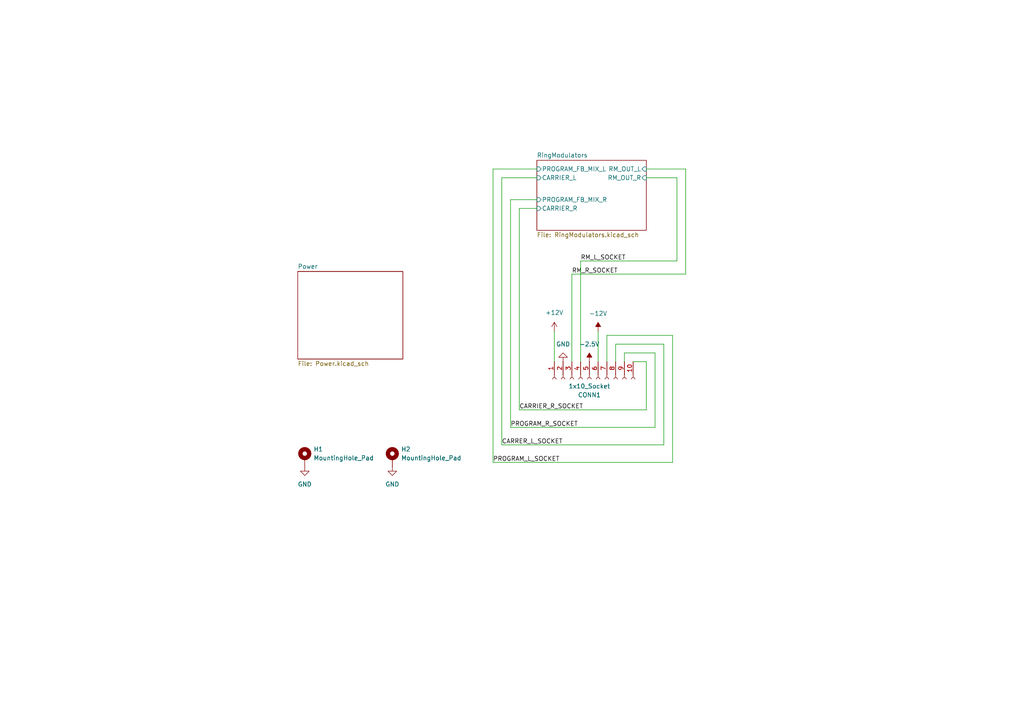
<source format=kicad_sch>
(kicad_sch (version 20250114) (generator "eeschema") (generator_version "9.0")
  (paper "A4")
  (lib_symbols
    (symbol "Connector:Conn_01x10_Socket" (pin_names (offset 1.016) (hide yes))
      (property "Reference" "J" (at 0 12.7 0))
      (property "Value" "Conn_01x10_Socket" (at 0 -15.24 0))
      (symbol "Conn_01x10_Socket_1_1"
        (polyline (pts (xy -1.27 10.16) (xy -0.508 10.16)) (stroke (width 0.1524)))
        (polyline (pts (xy -1.27 7.62) (xy -0.508 7.62)) (stroke (width 0.1524)))
        (polyline (pts (xy -1.27 5.08) (xy -0.508 5.08)) (stroke (width 0.1524)))
        (polyline (pts (xy -1.27 2.54) (xy -0.508 2.54)) (stroke (width 0.1524)))
        (polyline (pts (xy -1.27 0) (xy -0.508 0)) (stroke (width 0.1524)))
        (polyline (pts (xy -1.27 -2.54) (xy -0.508 -2.54)) (stroke (width 0.1524)))
        (polyline (pts (xy -1.27 -5.08) (xy -0.508 -5.08)) (stroke (width 0.1524)))
        (polyline (pts (xy -1.27 -7.62) (xy -0.508 -7.62)) (stroke (width 0.1524)))
        (polyline (pts (xy -1.27 -10.16) (xy -0.508 -10.16)) (stroke (width 0.1524)))
        (polyline (pts (xy -1.27 -12.7) (xy -0.508 -12.7)) (stroke (width 0.1524)))
        (arc (start 0 9.652) (mid -0.5058 10.16) (end 0 10.668) (stroke (width 0.1524)))
        (arc (start 0 7.112) (mid -0.5058 7.62) (end 0 8.128) (stroke (width 0.1524)))
        (arc (start 0 4.572) (mid -0.5058 5.08) (end 0 5.588) (stroke (width 0.1524)))
        (arc (start 0 2.032) (mid -0.5058 2.54) (end 0 3.048) (stroke (width 0.1524)))
        (arc (start 0 -0.508) (mid -0.5058 0) (end 0 0.508) (stroke (width 0.1524)))
        (arc (start 0 -3.048) (mid -0.5058 -2.54) (end 0 -2.032) (stroke (width 0.1524)))
        (arc (start 0 -5.588) (mid -0.5058 -5.08) (end 0 -4.572) (stroke (width 0.1524)))
        (arc (start 0 -8.128) (mid -0.5058 -7.62) (end 0 -7.112) (stroke (width 0.1524)))
        (arc (start 0 -10.668) (mid -0.5058 -10.16) (end 0 -9.652) (stroke (width 0.1524)))
        (arc (start 0 -13.208) (mid -0.5058 -12.7) (end 0 -12.192) (stroke (width 0.1524)))
        (pin passive line (at -5.08 10.16 0) (length 3.81) (name "Pin_1") (number "1"))
        (pin passive line (at -5.08 7.62 0) (length 3.81) (name "Pin_2") (number "2"))
        (pin passive line (at -5.08 5.08 0) (length 3.81) (name "Pin_3") (number "3"))
        (pin passive line (at -5.08 2.54 0) (length 3.81) (name "Pin_4") (number "4"))
        (pin passive line (at -5.08 0 0) (length 3.81) (name "Pin_5") (number "5"))
        (pin passive line (at -5.08 -2.54 0) (length 3.81) (name "Pin_6") (number "6"))
        (pin passive line (at -5.08 -5.08 0) (length 3.81) (name "Pin_7") (number "7"))
        (pin passive line (at -5.08 -7.62 0) (length 3.81) (name "Pin_8") (number "8"))
        (pin passive line (at -5.08 -10.16 0) (length 3.81) (name "Pin_9") (number "9"))
        (pin passive line (at -5.08 -12.7 0) (length 3.81) (name "Pin_10") (number "10"))
      )
    )
    (symbol "Mechanical:MountingHole_Pad" (pin_numbers (hide yes)) (pin_names (offset 1.016) (hide yes)) (in_bom no)
      (property "Reference" "H" (at 0 6.35 0))
      (property "Value" "MountingHole_Pad" (at 0 4.445 0))
      (symbol "MountingHole_Pad_0_1"
        (circle (center 0 1.27) (radius 1.27) (stroke (width 1.27)))
      )
      (symbol "MountingHole_Pad_1_1"
        (pin input line (at 0 -2.54 90) (length 2.54) (name "1") (number "1"))
      )
    )
    (symbol "power:+12V" (power) (pin_numbers (hide yes)) (pin_names (offset 0) (hide yes))
      (property "Value" "+12V" (at 0 3.556 0))
      (symbol "+12V_0_1"
        (polyline (pts (xy -0.762 1.27) (xy 0 2.54)))
        (polyline (pts (xy 0 2.54) (xy 0.762 1.27)))
        (polyline (pts (xy 0 0) (xy 0 2.54)))
      )
      (symbol "+12V_1_1"
        (pin power_in line (at 0 0 90) (length 0) (name "~") (number "1"))
      )
    )
    (symbol "power:-12V" (power) (pin_numbers (hide yes)) (pin_names (offset 0) (hide yes))
      (property "Value" "-12V" (at 0 3.556 0))
      (symbol "-12V_0_0"
        (pin power_in line (at 0 0 90) (length 0) (name "~") (number "1"))
      )
      (symbol "-12V_0_1"
        (polyline (pts (xy 0 0) (xy 0 1.27) (xy 0.762 1.27) (xy 0 2.54) (xy -0.762 1.27) (xy 0 1.27)) (fill (type outline)))
      )
    )
    (symbol "power:-5V" (power) (pin_numbers (hide yes)) (pin_names (offset 0) (hide yes))
      (property "Value" "-5V" (at 0 3.556 0))
      (symbol "-5V_0_0"
        (pin power_in line (at 0 0 90) (length 0) (name "~") (number "1"))
      )
      (symbol "-5V_0_1"
        (polyline (pts (xy 0 0) (xy 0 1.27) (xy 0.762 1.27) (xy 0 2.54) (xy -0.762 1.27) (xy 0 1.27)) (fill (type outline)))
      )
    )
    (symbol "power:GND" (power) (pin_numbers (hide yes)) (pin_names (offset 0) (hide yes))
      (property "Value" "GND" (at 0 -3.81 0))
      (symbol "GND_0_1"
        (polyline (pts (xy 0 0) (xy 0 -1.27) (xy 1.27 -1.27) (xy 0 -2.54) (xy -1.27 -1.27) (xy 0 -1.27)))
      )
      (symbol "GND_1_1"
        (pin power_in line (at 0 0 270) (length 0) (name "~") (number "1"))
      )
    )
  )
  (wire (pts (xy 173.482 96.012) (xy 173.482 104.902)))
  (wire (pts (xy 196.342 51.562) (xy 196.342 75.692)))
  (wire (pts (xy 195.072 97.282) (xy 176.022 97.282)))
  (wire (pts (xy 187.452 51.562) (xy 196.342 51.562)))
  (wire (pts (xy 187.452 118.872) (xy 187.452 104.902)))
  (wire (pts (xy 192.532 99.822) (xy 178.562 99.822)))
  (wire (pts (xy 168.402 75.692) (xy 168.402 104.902)))
  (wire (pts (xy 160.782 96.012) (xy 160.782 104.902)))
  (wire (pts (xy 165.862 79.502) (xy 165.862 104.902)))
  (wire (pts (xy 181.102 102.362) (xy 181.102 104.902)))
  (wire (pts (xy 145.542 51.562) (xy 155.702 51.562)))
  (wire (pts (xy 143.002 49.022) (xy 143.002 134.112)))
  (wire (pts (xy 145.542 129.032) (xy 192.532 129.032)))
  (wire (pts (xy 148.082 57.912) (xy 155.702 57.912)))
  (wire (pts (xy 176.022 97.282) (xy 176.022 104.902)))
  (wire (pts (xy 148.082 123.952) (xy 189.992 123.952)))
  (wire (pts (xy 195.072 134.112) (xy 195.072 97.282)))
  (wire (pts (xy 187.452 104.902) (xy 183.642 104.902)))
  (wire (pts (xy 198.882 49.022) (xy 198.882 79.502)))
  (wire (pts (xy 192.532 129.032) (xy 192.532 99.822)))
  (wire (pts (xy 189.992 102.362) (xy 181.102 102.362)))
  (wire (pts (xy 143.002 49.022) (xy 155.702 49.022)))
  (wire (pts (xy 198.882 79.502) (xy 165.862 79.502)))
  (wire (pts (xy 196.342 75.692) (xy 168.402 75.692)))
  (wire (pts (xy 150.622 118.872) (xy 187.452 118.872)))
  (wire (pts (xy 187.452 49.022) (xy 198.882 49.022)))
  (wire (pts (xy 143.002 134.112) (xy 195.072 134.112)))
  (wire (pts (xy 178.562 99.822) (xy 178.562 104.902)))
  (wire (pts (xy 189.992 123.952) (xy 189.992 102.362)))
  (wire (pts (xy 150.622 60.452) (xy 150.622 118.872)))
  (wire (pts (xy 148.082 57.912) (xy 148.082 123.952)))
  (wire (pts (xy 150.622 60.452) (xy 155.702 60.452)))
  (wire (pts (xy 145.542 51.562) (xy 145.542 129.032)))
  (label "PROGRAM_L_SOCKET" (at 143.002 134.112 0))
  (label "RM_L_SOCKET" (at 168.402 75.692 0))
  (label "CARRER_L_SOCKET" (at 145.542 129.032 0))
  (label "RM_R_SOCKET" (at 165.862 79.502 0))
  (label "PROGRAM_R_SOCKET" (at 148.082 123.952 0))
  (label "CARRIER_R_SOCKET" (at 150.622 118.872 0))
  (symbol (lib_id "power:-5V") (at 170.942 104.902 0) (unit 1)
    (property "Reference" "#PWR05" (effects (hide yes)))
    (property "Value" "-2.5V" (at 170.942 99.822 0))
    (property "Description" "Power symbol creates a global label with name \"-5V\"" (effects (hide yes)))
  )
  (symbol (lib_id "power:GND") (at 113.792 135.382 0) (mirror y) (unit 1)
    (property "Reference" "#PWR02" (effects (hide yes)))
    (property "Value" "GND" (at 113.792 140.462 0))
    (property "Description" "Power symbol creates a global label with name \"GND\" , ground" (effects (hide yes)))
  )
  (symbol (lib_id "power:GND") (at 88.392 135.382 0) (mirror y) (unit 1)
    (property "Reference" "#PWR01" (effects (hide yes)))
    (property "Value" "GND" (at 88.392 140.462 0))
    (property "Description" "Power symbol creates a global label with name \"GND\" , ground" (effects (hide yes)))
  )
  (symbol (lib_id "power:GND") (at 163.322 104.902 180) (unit 1)
    (property "Reference" "#PWR04" (effects (hide yes)))
    (property "Value" "GND" (at 163.322 99.822 0))
    (property "Description" "Power symbol creates a global label with name \"GND\" , ground" (effects (hide yes)))
  )
  (symbol (lib_id "Mechanical:MountingHole_Pad") (at 88.392 132.842 0) (unit 1) (in_bom no)
    (property "Reference" "H1" (at 90.932 130.3019 0) (effects (justify left)))
    (property "Value" "MountingHole_Pad" (at 90.932 132.8419 0) (effects (justify left)))
    (property "Footprint" "MountingHole:MountingHole_2.2mm_M2_Pad" (effects (hide yes)))
    (property "Description" "Mounting Hole with connection" (effects (hide yes)))
  )
  (symbol (lib_id "power:-12V") (at 173.482 96.012 0) (unit 1)
    (property "Reference" "#PWR06" (effects (hide yes)))
    (property "Value" "-12V" (at 173.482 90.932 0))
    (property "Description" "Power symbol creates a global label with name \"-12V\"" (effects (hide yes)))
  )
  (symbol (lib_id "Connector:Conn_01x10_Socket") (at 170.942 109.982 90) (mirror x) (unit 1)
    (property "Reference" "CONN1" (at 170.942 114.554 90))
    (property "Value" "1x10_Socket" (at 170.942 112.014 90))
    (property "Footprint" "Connector_PinSocket_2.54mm:PinSocket_1x10_P2.54mm_Vertical" (effects (hide yes)))
    (property "Description" "Generic connector, single row, 01x10, script generated" (effects (hide yes)))
  )
  (symbol (lib_id "Mechanical:MountingHole_Pad") (at 113.792 132.842 0) (unit 1) (in_bom no)
    (property "Reference" "H2" (at 116.332 130.3019 0) (effects (justify left)))
    (property "Value" "MountingHole_Pad" (at 116.332 132.8419 0) (effects (justify left)))
    (property "Footprint" "MountingHole:MountingHole_2.2mm_M2_Pad" (effects (hide yes)))
    (property "Description" "Mounting Hole with connection" (effects (hide yes)))
  )
  (symbol (lib_id "power:+12V") (at 160.782 96.012 0) (unit 1)
    (property "Reference" "#PWR03" (effects (hide yes)))
    (property "Value" "+12V" (at 160.782 90.678 0))
    (property "Description" "Power symbol creates a global label with name \"+12V\"" (effects (hide yes)))
  )
  (sheet (at 86.36 78.74) (size 30.48 25.4) (stroke (width 0.1524))
    (property "Sheetname" "Power" (at 86.36 78.0284 0) (effects (justify left bottom)))
    (property "Sheetfile" "Power.kicad_sch" (at 86.36 104.7246 0) (effects (justify left top)))
  )
  (sheet (at 155.702 46.482) (size 31.75 20.32) (stroke (width 0.1524))
    (property "Sheetname" "RingModulators" (at 155.702 45.7704 0) (effects (justify left bottom)))
    (property "Sheetfile" "RingModulators.kicad_sch" (at 155.702 67.3866 0) (effects (justify left top)))
    (pin "CARRIER_L" input (at 155.702 51.562 180))
    (pin "CARRIER_R" input (at 155.702 60.452 180))
    (pin "RM_OUT_L" input (at 187.452 49.022 0))
    (pin "RM_OUT_R" input (at 187.452 51.562 0))
    (pin "PROGRAM_FB_MIX_L" input (at 155.702 49.022 180))
    (pin "PROGRAM_FB_MIX_R" input (at 155.702 57.912 180))
  )
)
</source>
